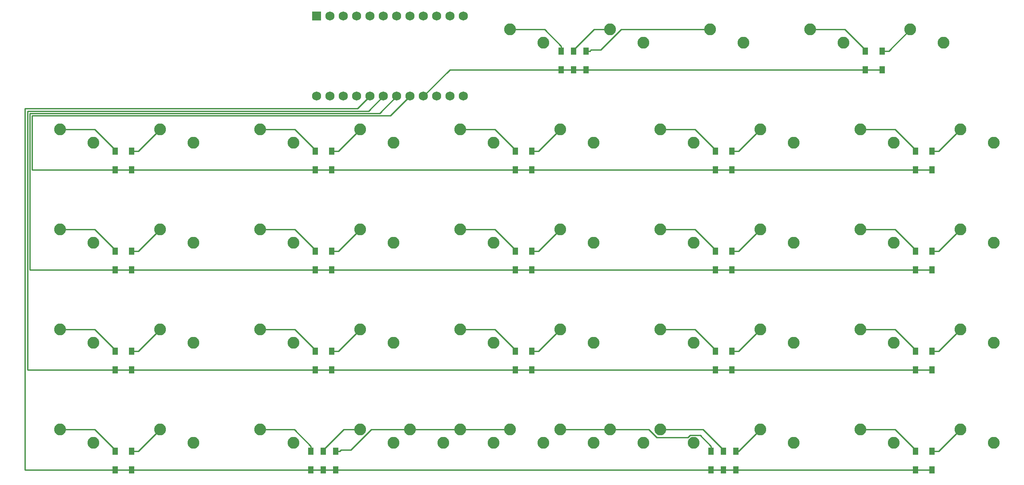
<source format=gtl>
G04 #@! TF.GenerationSoftware,KiCad,Pcbnew,(5.1.4)-1*
G04 #@! TF.CreationDate,2021-09-01T13:47:45-10:00*
G04 #@! TF.ProjectId,oya45,6f796134-352e-46b6-9963-61645f706362,rev?*
G04 #@! TF.SameCoordinates,Original*
G04 #@! TF.FileFunction,Copper,L1,Top*
G04 #@! TF.FilePolarity,Positive*
%FSLAX46Y46*%
G04 Gerber Fmt 4.6, Leading zero omitted, Abs format (unit mm)*
G04 Created by KiCad (PCBNEW (5.1.4)-1) date 2021-09-01 13:47:45*
%MOMM*%
%LPD*%
G04 APERTURE LIST*
%ADD10C,2.250000*%
%ADD11R,1.000000X1.400000*%
%ADD12R,1.752600X1.752600*%
%ADD13C,1.752600*%
%ADD14C,0.254000*%
G04 APERTURE END LIST*
D10*
X232410000Y-54610000D03*
X226060000Y-52070000D03*
X99060000Y-111760000D03*
X92710000Y-109220000D03*
X175260000Y-111760000D03*
X168910000Y-109220000D03*
X146685000Y-35560000D03*
X140335000Y-33020000D03*
D11*
X211137500Y-37118750D03*
X211137500Y-40668750D03*
X207962500Y-37118750D03*
X207962500Y-40668750D03*
X154781250Y-37118750D03*
X154781250Y-40668750D03*
X152400000Y-40668750D03*
X152400000Y-37118750D03*
X150018750Y-37118750D03*
X150018750Y-40668750D03*
X220662500Y-113318750D03*
X220662500Y-116868750D03*
X217487500Y-116868750D03*
X217487500Y-113318750D03*
X183356250Y-113318750D03*
X183356250Y-116868750D03*
X180975000Y-113318750D03*
X180975000Y-116868750D03*
X178593750Y-113318750D03*
X178593750Y-116868750D03*
X107156250Y-113318750D03*
X107156250Y-116868750D03*
X104775000Y-113318750D03*
X104775000Y-116868750D03*
X102393750Y-113318750D03*
X102393750Y-116868750D03*
X68262500Y-113318750D03*
X68262500Y-116868750D03*
X65087500Y-113318750D03*
X65087500Y-116868750D03*
X220662500Y-94268750D03*
X220662500Y-97818750D03*
X217487500Y-94268750D03*
X217487500Y-97818750D03*
X182562500Y-94268750D03*
X182562500Y-97818750D03*
X179387500Y-94268750D03*
X179387500Y-97818750D03*
X144462500Y-94268750D03*
X144462500Y-97818750D03*
X141287500Y-94268750D03*
X141287500Y-97818750D03*
X106362500Y-94268750D03*
X106362500Y-97818750D03*
X103187500Y-94268750D03*
X103187500Y-97818750D03*
X68262500Y-94268750D03*
X68262500Y-97818750D03*
X65087500Y-94268750D03*
X65087500Y-97818750D03*
X220662500Y-75218750D03*
X220662500Y-78768750D03*
X217487500Y-75218750D03*
X217487500Y-78768750D03*
X182562500Y-75218750D03*
X182562500Y-78768750D03*
X179387500Y-75218750D03*
X179387500Y-78768750D03*
X144462500Y-75218750D03*
X144462500Y-78768750D03*
X141287500Y-75218750D03*
X141287500Y-78768750D03*
X106362500Y-75218750D03*
X106362500Y-78768750D03*
X103187500Y-75218750D03*
X103187500Y-78768750D03*
X68262500Y-75218750D03*
X68262500Y-78768750D03*
X65087500Y-75218750D03*
X65087500Y-78768750D03*
X220662500Y-56168750D03*
X220662500Y-59718750D03*
X217487500Y-56168750D03*
X217487500Y-59718750D03*
X182562500Y-56168750D03*
X182562500Y-59718750D03*
X179387500Y-56168750D03*
X179387500Y-59718750D03*
X144462500Y-56168750D03*
X144462500Y-59718750D03*
X141287500Y-56168750D03*
X141287500Y-59718750D03*
X106362500Y-59718750D03*
X106362500Y-56168750D03*
X103187500Y-56168750D03*
X103187500Y-59718750D03*
X68262500Y-56168750D03*
X68262500Y-59718750D03*
X65087500Y-59718750D03*
X65087500Y-56168750D03*
D10*
X203835000Y-35560000D03*
X197485000Y-33020000D03*
X222885000Y-35560000D03*
X216535000Y-33020000D03*
D12*
X103505000Y-30480000D03*
D13*
X106045000Y-30480000D03*
X108585000Y-30480000D03*
X111125000Y-30480000D03*
X113665000Y-30480000D03*
X116205000Y-30480000D03*
X118745000Y-30480000D03*
X121285000Y-30480000D03*
X123825000Y-30480000D03*
X126365000Y-30480000D03*
X128905000Y-30480000D03*
X131445000Y-45720000D03*
X128905000Y-45720000D03*
X126365000Y-45720000D03*
X123825000Y-45720000D03*
X121285000Y-45720000D03*
X118745000Y-45720000D03*
X116205000Y-45720000D03*
X113665000Y-45720000D03*
X111125000Y-45720000D03*
X108585000Y-45720000D03*
X106045000Y-45720000D03*
X131445000Y-30480000D03*
X103505000Y-45720000D03*
D10*
X165735000Y-111760000D03*
X159385000Y-109220000D03*
X127635000Y-111760000D03*
X121285000Y-109220000D03*
X140335000Y-109220000D03*
X146685000Y-111760000D03*
X184785000Y-35560000D03*
X178435000Y-33020000D03*
X165735000Y-35560000D03*
X159385000Y-33020000D03*
X232410000Y-111760000D03*
X226060000Y-109220000D03*
X213360000Y-111760000D03*
X207010000Y-109220000D03*
X194310000Y-111760000D03*
X187960000Y-109220000D03*
X156210000Y-111760000D03*
X149860000Y-109220000D03*
X137160000Y-111760000D03*
X130810000Y-109220000D03*
X118110000Y-111760000D03*
X111760000Y-109220000D03*
X80010000Y-111760000D03*
X73660000Y-109220000D03*
X60960000Y-111760000D03*
X54610000Y-109220000D03*
X232410000Y-92710000D03*
X226060000Y-90170000D03*
X213360000Y-92710000D03*
X207010000Y-90170000D03*
X194310000Y-92710000D03*
X187960000Y-90170000D03*
X175260000Y-92710000D03*
X168910000Y-90170000D03*
X156210000Y-92710000D03*
X149860000Y-90170000D03*
X137160000Y-92710000D03*
X130810000Y-90170000D03*
X118110000Y-92710000D03*
X111760000Y-90170000D03*
X99060000Y-92710000D03*
X92710000Y-90170000D03*
X80010000Y-92710000D03*
X73660000Y-90170000D03*
X60960000Y-92710000D03*
X54610000Y-90170000D03*
X232410000Y-73660000D03*
X226060000Y-71120000D03*
X213360000Y-73660000D03*
X207010000Y-71120000D03*
X194310000Y-73660000D03*
X187960000Y-71120000D03*
X175260000Y-73660000D03*
X168910000Y-71120000D03*
X149860000Y-71120000D03*
X156210000Y-73660000D03*
X137160000Y-73660000D03*
X130810000Y-71120000D03*
X118110000Y-73660000D03*
X111760000Y-71120000D03*
X99060000Y-73660000D03*
X92710000Y-71120000D03*
X80010000Y-73660000D03*
X73660000Y-71120000D03*
X60960000Y-73660000D03*
X54610000Y-71120000D03*
X213360000Y-54610000D03*
X207010000Y-52070000D03*
X194310000Y-54610000D03*
X187960000Y-52070000D03*
X175260000Y-54610000D03*
X168910000Y-52070000D03*
X156210000Y-54610000D03*
X149860000Y-52070000D03*
X137160000Y-54610000D03*
X130810000Y-52070000D03*
X118110000Y-54610000D03*
X111760000Y-52070000D03*
X99060000Y-54610000D03*
X92710000Y-52070000D03*
X80010000Y-54610000D03*
X73660000Y-52070000D03*
X60960000Y-54610000D03*
X54610000Y-52070000D03*
D14*
X117563960Y-49441040D02*
X121285000Y-45720000D01*
X49326770Y-49441040D02*
X117563960Y-49441040D01*
X220662500Y-59718750D02*
X49326770Y-59718750D01*
X49326770Y-59718750D02*
X49326770Y-49441040D01*
X65087500Y-55968750D02*
X65087500Y-56168750D01*
X61188750Y-52070000D02*
X65087500Y-55968750D01*
X54610000Y-52070000D02*
X61188750Y-52070000D01*
X69561250Y-56168750D02*
X68262500Y-56168750D01*
X73660000Y-52070000D02*
X69561250Y-56168750D01*
X103187500Y-55968750D02*
X103187500Y-56168750D01*
X99288750Y-52070000D02*
X103187500Y-55968750D01*
X92710000Y-52070000D02*
X99288750Y-52070000D01*
X107661250Y-56168750D02*
X106362500Y-56168750D01*
X111760000Y-52070000D02*
X107661250Y-56168750D01*
X141287500Y-55968750D02*
X141287500Y-56168750D01*
X137388750Y-52070000D02*
X141287500Y-55968750D01*
X130810000Y-52070000D02*
X137388750Y-52070000D01*
X145761250Y-56168750D02*
X144462500Y-56168750D01*
X149860000Y-52070000D02*
X145761250Y-56168750D01*
X179387500Y-55968750D02*
X179387500Y-56168750D01*
X175488750Y-52070000D02*
X179387500Y-55968750D01*
X168910000Y-52070000D02*
X175488750Y-52070000D01*
X183861250Y-56168750D02*
X182562500Y-56168750D01*
X187960000Y-52070000D02*
X183861250Y-56168750D01*
X217487500Y-55968750D02*
X217487500Y-56168750D01*
X213588750Y-52070000D02*
X217487500Y-55968750D01*
X207010000Y-52070000D02*
X213588750Y-52070000D01*
X221961250Y-56168750D02*
X220662500Y-56168750D01*
X226060000Y-52070000D02*
X221961250Y-56168750D01*
X115477970Y-48987030D02*
X118745000Y-45720000D01*
X48872760Y-48987030D02*
X115477970Y-48987030D01*
X220662500Y-78768750D02*
X48872760Y-78768750D01*
X48872760Y-78768750D02*
X48872760Y-48987030D01*
X56200990Y-71120000D02*
X54610000Y-71120000D01*
X61188750Y-71120000D02*
X56200990Y-71120000D01*
X65087500Y-75018750D02*
X61188750Y-71120000D01*
X65087500Y-75218750D02*
X65087500Y-75018750D01*
X69561250Y-75218750D02*
X68262500Y-75218750D01*
X73660000Y-71120000D02*
X69561250Y-75218750D01*
X103187500Y-75018750D02*
X103187500Y-75218750D01*
X99288750Y-71120000D02*
X103187500Y-75018750D01*
X92710000Y-71120000D02*
X99288750Y-71120000D01*
X107661250Y-75218750D02*
X106362500Y-75218750D01*
X111760000Y-71120000D02*
X107661250Y-75218750D01*
X141287500Y-75018750D02*
X141287500Y-75218750D01*
X137388750Y-71120000D02*
X141287500Y-75018750D01*
X130810000Y-71120000D02*
X137388750Y-71120000D01*
X145761250Y-75218750D02*
X144462500Y-75218750D01*
X149860000Y-71120000D02*
X145761250Y-75218750D01*
X179387500Y-75018750D02*
X179387500Y-75218750D01*
X175488750Y-71120000D02*
X179387500Y-75018750D01*
X168910000Y-71120000D02*
X175488750Y-71120000D01*
X183861250Y-75218750D02*
X182562500Y-75218750D01*
X187960000Y-71120000D02*
X183861250Y-75218750D01*
X217487500Y-75018750D02*
X217487500Y-75218750D01*
X213588750Y-71120000D02*
X217487500Y-75018750D01*
X207010000Y-71120000D02*
X213588750Y-71120000D01*
X221961250Y-75218750D02*
X220662500Y-75218750D01*
X226060000Y-71120000D02*
X221961250Y-75218750D01*
X113391980Y-48533020D02*
X116205000Y-45720000D01*
X48418750Y-48533020D02*
X113391980Y-48533020D01*
X220662500Y-97818750D02*
X48418750Y-97818750D01*
X48418750Y-97818750D02*
X48418750Y-48533020D01*
X65087500Y-94068750D02*
X65087500Y-94268750D01*
X61188750Y-90170000D02*
X65087500Y-94068750D01*
X54610000Y-90170000D02*
X61188750Y-90170000D01*
X69561250Y-94268750D02*
X68262500Y-94268750D01*
X73660000Y-90170000D02*
X69561250Y-94268750D01*
X103187500Y-94068750D02*
X103187500Y-94268750D01*
X99288750Y-90170000D02*
X103187500Y-94068750D01*
X92710000Y-90170000D02*
X99288750Y-90170000D01*
X107661250Y-94268750D02*
X106362500Y-94268750D01*
X111760000Y-90170000D02*
X107661250Y-94268750D01*
X141287500Y-94068750D02*
X141287500Y-94268750D01*
X137388750Y-90170000D02*
X141287500Y-94068750D01*
X130810000Y-90170000D02*
X137388750Y-90170000D01*
X145761250Y-94268750D02*
X144462500Y-94268750D01*
X149860000Y-90170000D02*
X145761250Y-94268750D01*
X179387500Y-94068750D02*
X179387500Y-94268750D01*
X175488750Y-90170000D02*
X179387500Y-94068750D01*
X168910000Y-90170000D02*
X175488750Y-90170000D01*
X183861250Y-94268750D02*
X182562500Y-94268750D01*
X187960000Y-90170000D02*
X183861250Y-94268750D01*
X217487500Y-94068750D02*
X217487500Y-94268750D01*
X213588750Y-90170000D02*
X217487500Y-94068750D01*
X207010000Y-90170000D02*
X213588750Y-90170000D01*
X221961250Y-94268750D02*
X220662500Y-94268750D01*
X226060000Y-90170000D02*
X221961250Y-94268750D01*
X111305990Y-48079010D02*
X113665000Y-45720000D01*
X47964740Y-48079010D02*
X111305990Y-48079010D01*
X47964740Y-116866139D02*
X47967351Y-116868750D01*
X47964740Y-48079010D02*
X47964740Y-116866139D01*
X47979621Y-116868750D02*
X47977010Y-116866139D01*
X220662500Y-116868750D02*
X47979621Y-116868750D01*
X56200990Y-109220000D02*
X54610000Y-109220000D01*
X61188750Y-109220000D02*
X56200990Y-109220000D01*
X65087500Y-113118750D02*
X61188750Y-109220000D01*
X65087500Y-113318750D02*
X65087500Y-113118750D01*
X69561250Y-113318750D02*
X68262500Y-113318750D01*
X73660000Y-109220000D02*
X69561250Y-113318750D01*
X102393750Y-112364750D02*
X102393750Y-113318750D01*
X99249000Y-109220000D02*
X102393750Y-112364750D01*
X92710000Y-109220000D02*
X99249000Y-109220000D01*
X104775000Y-113118750D02*
X104775000Y-113318750D01*
X108673750Y-109220000D02*
X104775000Y-113118750D01*
X111760000Y-109220000D02*
X108673750Y-109220000D01*
X140335000Y-109220000D02*
X121285000Y-109220000D01*
X107910250Y-113318750D02*
X107156250Y-113318750D01*
X108131001Y-113097999D02*
X107910250Y-113318750D01*
X110030963Y-113097999D02*
X108131001Y-113097999D01*
X113908962Y-109220000D02*
X110030963Y-113097999D01*
X121285000Y-109220000D02*
X113908962Y-109220000D01*
X151450990Y-109220000D02*
X159385000Y-109220000D01*
X149860000Y-109220000D02*
X151450990Y-109220000D01*
X174199037Y-110672001D02*
X174563039Y-110307999D01*
X168213039Y-110672001D02*
X174199037Y-110672001D01*
X159385000Y-109220000D02*
X166761038Y-109220000D01*
X166761038Y-109220000D02*
X168213039Y-110672001D01*
X178593750Y-112364750D02*
X178593750Y-113318750D01*
X176536999Y-110307999D02*
X178593750Y-112364750D01*
X174563039Y-110307999D02*
X176536999Y-110307999D01*
X180975000Y-113118750D02*
X180975000Y-113318750D01*
X177076250Y-109220000D02*
X180975000Y-113118750D01*
X168910000Y-109220000D02*
X177076250Y-109220000D01*
X183861250Y-113318750D02*
X183356250Y-113318750D01*
X187960000Y-109220000D02*
X183861250Y-113318750D01*
X217487500Y-113118750D02*
X217487500Y-113318750D01*
X213588750Y-109220000D02*
X217487500Y-113118750D01*
X207010000Y-109220000D02*
X213588750Y-109220000D01*
X221961250Y-113318750D02*
X220662500Y-113318750D01*
X226060000Y-109220000D02*
X221961250Y-113318750D01*
X128876250Y-40668750D02*
X123825000Y-45720000D01*
X211137500Y-40668750D02*
X128876250Y-40668750D01*
X150018750Y-36164750D02*
X150018750Y-37118750D01*
X146874000Y-33020000D02*
X150018750Y-36164750D01*
X140335000Y-33020000D02*
X146874000Y-33020000D01*
X152400000Y-36918750D02*
X152400000Y-37118750D01*
X156298750Y-33020000D02*
X152400000Y-36918750D01*
X159385000Y-33020000D02*
X156298750Y-33020000D01*
X155535250Y-37118750D02*
X154781250Y-37118750D01*
X155756001Y-36897999D02*
X155535250Y-37118750D01*
X157570751Y-36897999D02*
X155756001Y-36897999D01*
X161448750Y-33020000D02*
X157570751Y-36897999D01*
X178435000Y-33020000D02*
X161448750Y-33020000D01*
X207962500Y-36918750D02*
X207962500Y-37118750D01*
X204063750Y-33020000D02*
X207962500Y-36918750D01*
X197485000Y-33020000D02*
X204063750Y-33020000D01*
X212436250Y-37118750D02*
X211137500Y-37118750D01*
X216535000Y-33020000D02*
X212436250Y-37118750D01*
M02*

</source>
